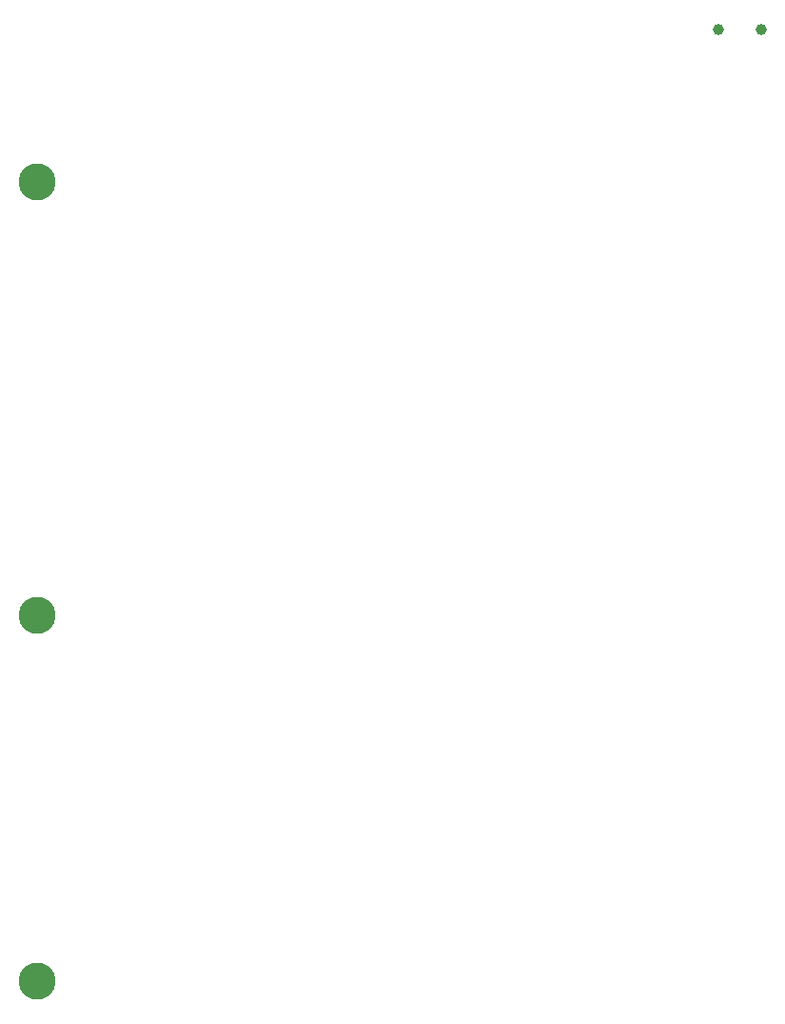
<source format=gbr>
%TF.GenerationSoftware,Altium Limited,Altium Designer,19.1.8 (144)*%
G04 Layer_Color=0*
%FSLAX26Y26*%
%MOIN*%
%TF.FileFunction,NonPlated,1,4,NPTH,Drill*%
%TF.Part,Single*%
G01*
G75*
%TA.AperFunction,ComponentDrill*%
%ADD121C,0.129921*%
%ADD122C,0.039370*%
D121*
X150000Y704724D02*
D03*
Y1984252D02*
D03*
Y3500000D02*
D03*
D122*
X2535000Y4033000D02*
D03*
X2685000D02*
D03*
%TF.MD5,8b7dc5aece4ccf3559bc363a22ba9893*%
M02*

</source>
